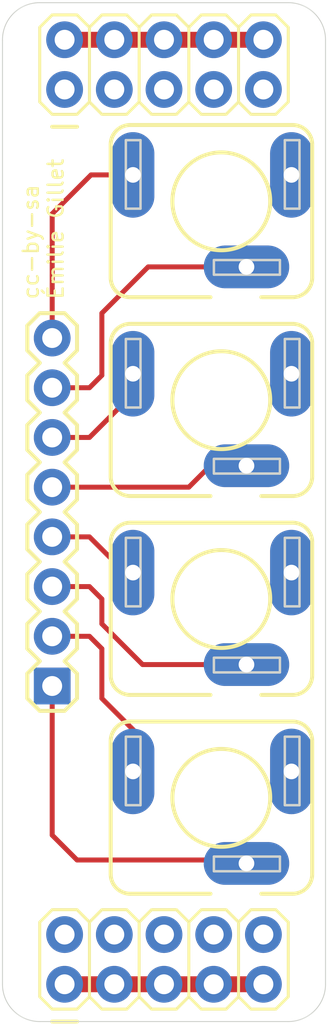
<source format=kicad_pcb>
(kicad_pcb (version 20171130) (host pcbnew 5.1.5-52549c5~84~ubuntu18.04.1)

  (general
    (thickness 1.6)
    (drawings 10)
    (tracks 41)
    (zones 0)
    (modules 7)
    (nets 12)
  )

  (page A4)
  (layers
    (0 Top signal)
    (31 Bottom signal)
    (32 B.Adhes user)
    (33 F.Adhes user)
    (34 B.Paste user)
    (35 F.Paste user)
    (36 B.SilkS user)
    (37 F.SilkS user)
    (38 B.Mask user)
    (39 F.Mask user)
    (40 Dwgs.User user)
    (41 Cmts.User user)
    (42 Eco1.User user)
    (43 Eco2.User user)
    (44 Edge.Cuts user)
    (45 Margin user)
    (46 B.CrtYd user)
    (47 F.CrtYd user)
    (48 B.Fab user)
    (49 F.Fab user)
  )

  (setup
    (last_trace_width 0.25)
    (trace_clearance 0.2)
    (zone_clearance 0.508)
    (zone_45_only no)
    (trace_min 0.2)
    (via_size 0.8)
    (via_drill 0.4)
    (via_min_size 0.4)
    (via_min_drill 0.3)
    (uvia_size 0.3)
    (uvia_drill 0.1)
    (uvias_allowed no)
    (uvia_min_size 0.2)
    (uvia_min_drill 0.1)
    (edge_width 0.05)
    (segment_width 0.2)
    (pcb_text_width 0.3)
    (pcb_text_size 1.5 1.5)
    (mod_edge_width 0.12)
    (mod_text_size 1 1)
    (mod_text_width 0.15)
    (pad_size 1.524 1.524)
    (pad_drill 0.762)
    (pad_to_mask_clearance 0.051)
    (solder_mask_min_width 0.25)
    (aux_axis_origin 0 0)
    (visible_elements FFFFFF7F)
    (pcbplotparams
      (layerselection 0x010fc_ffffffff)
      (usegerberextensions false)
      (usegerberattributes false)
      (usegerberadvancedattributes false)
      (creategerberjobfile false)
      (excludeedgelayer true)
      (linewidth 0.100000)
      (plotframeref false)
      (viasonmask false)
      (mode 1)
      (useauxorigin false)
      (hpglpennumber 1)
      (hpglpenspeed 20)
      (hpglpendiameter 15.000000)
      (psnegative false)
      (psa4output false)
      (plotreference true)
      (plotvalue true)
      (plotinvisibletext false)
      (padsonsilk false)
      (subtractmaskfromsilk false)
      (outputformat 1)
      (mirror false)
      (drillshape 1)
      (scaleselection 1)
      (outputdirectory ""))
  )

  (net 0 "")
  (net 1 GND)
  (net 2 VCC)
  (net 3 VEE)
  (net 4 "Net-(J2-Pad2)")
  (net 5 "Net-(J2-Pad3)")
  (net 6 "Net-(J3-Pad2)")
  (net 7 "Net-(J3-Pad3)")
  (net 8 "Net-(J4-Pad2)")
  (net 9 "Net-(J4-Pad3)")
  (net 10 "Net-(J1-Pad2)")
  (net 11 "Net-(J1-Pad3)")

  (net_class Default "This is the default net class."
    (clearance 0.2)
    (trace_width 0.25)
    (via_dia 0.8)
    (via_drill 0.4)
    (uvia_dia 0.3)
    (uvia_drill 0.1)
    (add_net GND)
    (add_net "Net-(J1-Pad2)")
    (add_net "Net-(J1-Pad3)")
    (add_net "Net-(J2-Pad2)")
    (add_net "Net-(J2-Pad3)")
    (add_net "Net-(J3-Pad2)")
    (add_net "Net-(J3-Pad3)")
    (add_net "Net-(J4-Pad2)")
    (add_net "Net-(J4-Pad3)")
    (add_net VCC)
    (add_net VEE)
  )

  (module bbf-eurojacks:AVR_ICSP (layer Top) (tedit 0) (tstamp 5E77BAD2)
    (at 148.5011 82.1386 90)
    (descr "<b>PIN HEADER</b>")
    (path /2F430EF2)
    (fp_text reference JP1 (at -2.794 3.302 180) (layer F.SilkS) hide
      (effects (font (size 0.38608 0.38608) (thickness 0.032512)) (justify right top))
    )
    (fp_text value M05X2PTH (at -2.794 0.254 180) (layer F.Fab) hide
      (effects (font (size 0.38608 0.38608) (thickness 0.032512)) (justify right top))
    )
    (fp_poly (pts (xy 1.016 2.794) (xy 1.524 2.794) (xy 1.524 2.286) (xy 1.016 2.286)) (layer F.Fab) (width 0))
    (fp_poly (pts (xy -1.524 2.794) (xy -1.016 2.794) (xy -1.016 2.286) (xy -1.524 2.286)) (layer F.Fab) (width 0))
    (fp_poly (pts (xy -1.524 5.334) (xy -1.016 5.334) (xy -1.016 4.826) (xy -1.524 4.826)) (layer F.Fab) (width 0))
    (fp_poly (pts (xy 1.016 5.334) (xy 1.524 5.334) (xy 1.524 4.826) (xy 1.016 4.826)) (layer F.Fab) (width 0))
    (fp_poly (pts (xy -1.524 0.254) (xy -1.016 0.254) (xy -1.016 -0.254) (xy -1.524 -0.254)) (layer F.SilkS) (width 0))
    (fp_poly (pts (xy 1.016 0.254) (xy 1.524 0.254) (xy 1.524 -0.254) (xy 1.016 -0.254)) (layer F.Fab) (width 0))
    (fp_poly (pts (xy -1.524 -2.286) (xy -1.016 -2.286) (xy -1.016 -2.794) (xy -1.524 -2.794)) (layer F.Fab) (width 0))
    (fp_poly (pts (xy 1.016 -2.286) (xy 1.524 -2.286) (xy 1.524 -2.794) (xy 1.016 -2.794)) (layer F.Fab) (width 0))
    (fp_poly (pts (xy 1.016 -4.826) (xy 1.524 -4.826) (xy 1.524 -5.334) (xy 1.016 -5.334)) (layer F.Fab) (width 0))
    (fp_poly (pts (xy -1.524 -4.826) (xy -1.016 -4.826) (xy -1.016 -5.334) (xy -1.524 -5.334)) (layer F.Fab) (width 0))
    (fp_line (start -3.175 -5.715) (end -3.175 -4.445) (layer F.SilkS) (width 0.2032))
    (fp_line (start -2.54 4.445) (end -2.54 5.715) (layer F.SilkS) (width 0.1524))
    (fp_line (start 1.905 6.35) (end -1.905 6.35) (layer F.SilkS) (width 0.1524))
    (fp_line (start 2.54 5.715) (end 1.905 6.35) (layer F.SilkS) (width 0.1524))
    (fp_line (start 2.54 4.445) (end 2.54 5.715) (layer F.SilkS) (width 0.1524))
    (fp_line (start 1.905 3.81) (end 2.54 4.445) (layer F.SilkS) (width 0.1524))
    (fp_line (start -2.54 5.715) (end -1.905 6.35) (layer F.SilkS) (width 0.1524))
    (fp_line (start -1.905 3.81) (end -2.54 4.445) (layer F.SilkS) (width 0.1524))
    (fp_line (start -2.54 -5.715) (end -2.54 -4.445) (layer F.SilkS) (width 0.1524))
    (fp_line (start -2.54 -3.175) (end -2.54 -1.905) (layer F.SilkS) (width 0.1524))
    (fp_line (start -2.54 -0.635) (end -2.54 0.635) (layer F.SilkS) (width 0.1524))
    (fp_line (start -2.54 1.905) (end -2.54 3.175) (layer F.SilkS) (width 0.1524))
    (fp_line (start 1.905 3.81) (end -1.905 3.81) (layer F.SilkS) (width 0.1524))
    (fp_line (start 1.905 1.27) (end -1.905 1.27) (layer F.SilkS) (width 0.1524))
    (fp_line (start 1.905 -1.27) (end -1.905 -1.27) (layer F.SilkS) (width 0.1524))
    (fp_line (start 1.905 -3.81) (end -1.905 -3.81) (layer F.SilkS) (width 0.1524))
    (fp_line (start 2.54 3.175) (end 1.905 3.81) (layer F.SilkS) (width 0.1524))
    (fp_line (start 2.54 1.905) (end 2.54 3.175) (layer F.SilkS) (width 0.1524))
    (fp_line (start 1.905 1.27) (end 2.54 1.905) (layer F.SilkS) (width 0.1524))
    (fp_line (start 2.54 0.635) (end 1.905 1.27) (layer F.SilkS) (width 0.1524))
    (fp_line (start 2.54 -0.635) (end 2.54 0.635) (layer F.SilkS) (width 0.1524))
    (fp_line (start 1.905 -1.27) (end 2.54 -0.635) (layer F.SilkS) (width 0.1524))
    (fp_line (start 2.54 -1.905) (end 1.905 -1.27) (layer F.SilkS) (width 0.1524))
    (fp_line (start 2.54 -3.175) (end 2.54 -1.905) (layer F.SilkS) (width 0.1524))
    (fp_line (start 1.905 -3.81) (end 2.54 -3.175) (layer F.SilkS) (width 0.1524))
    (fp_line (start 2.54 -4.445) (end 1.905 -3.81) (layer F.SilkS) (width 0.1524))
    (fp_line (start 2.54 -5.715) (end 2.54 -4.445) (layer F.SilkS) (width 0.1524))
    (fp_line (start 1.905 -6.35) (end 2.54 -5.715) (layer F.SilkS) (width 0.1524))
    (fp_line (start -1.905 -6.35) (end 1.905 -6.35) (layer F.SilkS) (width 0.1524))
    (fp_line (start -2.54 3.175) (end -1.905 3.81) (layer F.SilkS) (width 0.1524))
    (fp_line (start -1.905 1.27) (end -2.54 1.905) (layer F.SilkS) (width 0.1524))
    (fp_line (start -2.54 0.635) (end -1.905 1.27) (layer F.SilkS) (width 0.1524))
    (fp_line (start -1.905 -1.27) (end -2.54 -0.635) (layer F.SilkS) (width 0.1524))
    (fp_line (start -2.54 -1.905) (end -1.905 -1.27) (layer F.SilkS) (width 0.1524))
    (fp_line (start -1.905 -3.81) (end -2.54 -3.175) (layer F.SilkS) (width 0.1524))
    (fp_line (start -2.54 -4.445) (end -1.905 -3.81) (layer F.SilkS) (width 0.1524))
    (fp_line (start -1.905 -6.35) (end -2.54 -5.715) (layer F.SilkS) (width 0.1524))
    (pad 10 thru_hole circle (at 1.27 5.08) (size 1.8796 1.8796) (drill 1.016) (layers *.Cu *.Mask)
      (net 2 VCC) (solder_mask_margin 0.1016))
    (pad 9 thru_hole circle (at -1.27 5.08) (size 1.8796 1.8796) (drill 1.016) (layers *.Cu *.Mask)
      (net 1 GND) (solder_mask_margin 0.1016))
    (pad 8 thru_hole circle (at 1.27 2.54) (size 1.8796 1.8796) (drill 1.016) (layers *.Cu *.Mask)
      (net 2 VCC) (solder_mask_margin 0.1016))
    (pad 7 thru_hole circle (at -1.27 2.54) (size 1.8796 1.8796) (drill 1.016) (layers *.Cu *.Mask)
      (net 1 GND) (solder_mask_margin 0.1016))
    (pad 6 thru_hole circle (at 1.27 0) (size 1.8796 1.8796) (drill 1.016) (layers *.Cu *.Mask)
      (net 2 VCC) (solder_mask_margin 0.1016))
    (pad 5 thru_hole circle (at -1.27 0) (size 1.8796 1.8796) (drill 1.016) (layers *.Cu *.Mask)
      (net 1 GND) (solder_mask_margin 0.1016))
    (pad 4 thru_hole circle (at 1.27 -2.54) (size 1.8796 1.8796) (drill 1.016) (layers *.Cu *.Mask)
      (net 2 VCC) (solder_mask_margin 0.1016))
    (pad 3 thru_hole circle (at -1.27 -2.54) (size 1.8796 1.8796) (drill 1.016) (layers *.Cu *.Mask)
      (net 1 GND) (solder_mask_margin 0.1016))
    (pad 2 thru_hole circle (at 1.27 -5.08) (size 1.8796 1.8796) (drill 1.016) (layers *.Cu *.Mask)
      (net 2 VCC) (solder_mask_margin 0.1016))
    (pad 1 thru_hole circle (at -1.27 -5.08) (size 1.8796 1.8796) (drill 1.016) (layers *.Cu *.Mask)
      (net 1 GND) (solder_mask_margin 0.1016))
  )

  (module bbf-eurojacks:AVR_ICSP (layer Top) (tedit 0) (tstamp 5E77BB0E)
    (at 148.5011 127.8586 90)
    (descr "<b>PIN HEADER</b>")
    (path /ACD8E5B6)
    (fp_text reference JP3 (at -2.794 3.302 180) (layer F.SilkS) hide
      (effects (font (size 0.38608 0.38608) (thickness 0.032512)) (justify right top))
    )
    (fp_text value M05X2PTH (at -2.794 0.254 180) (layer F.Fab) hide
      (effects (font (size 0.38608 0.38608) (thickness 0.032512)) (justify right top))
    )
    (fp_poly (pts (xy 1.016 2.794) (xy 1.524 2.794) (xy 1.524 2.286) (xy 1.016 2.286)) (layer F.Fab) (width 0))
    (fp_poly (pts (xy -1.524 2.794) (xy -1.016 2.794) (xy -1.016 2.286) (xy -1.524 2.286)) (layer F.Fab) (width 0))
    (fp_poly (pts (xy -1.524 5.334) (xy -1.016 5.334) (xy -1.016 4.826) (xy -1.524 4.826)) (layer F.Fab) (width 0))
    (fp_poly (pts (xy 1.016 5.334) (xy 1.524 5.334) (xy 1.524 4.826) (xy 1.016 4.826)) (layer F.Fab) (width 0))
    (fp_poly (pts (xy -1.524 0.254) (xy -1.016 0.254) (xy -1.016 -0.254) (xy -1.524 -0.254)) (layer F.SilkS) (width 0))
    (fp_poly (pts (xy 1.016 0.254) (xy 1.524 0.254) (xy 1.524 -0.254) (xy 1.016 -0.254)) (layer F.Fab) (width 0))
    (fp_poly (pts (xy -1.524 -2.286) (xy -1.016 -2.286) (xy -1.016 -2.794) (xy -1.524 -2.794)) (layer F.Fab) (width 0))
    (fp_poly (pts (xy 1.016 -2.286) (xy 1.524 -2.286) (xy 1.524 -2.794) (xy 1.016 -2.794)) (layer F.Fab) (width 0))
    (fp_poly (pts (xy 1.016 -4.826) (xy 1.524 -4.826) (xy 1.524 -5.334) (xy 1.016 -5.334)) (layer F.Fab) (width 0))
    (fp_poly (pts (xy -1.524 -4.826) (xy -1.016 -4.826) (xy -1.016 -5.334) (xy -1.524 -5.334)) (layer F.Fab) (width 0))
    (fp_line (start -3.175 -5.715) (end -3.175 -4.445) (layer F.SilkS) (width 0.2032))
    (fp_line (start -2.54 4.445) (end -2.54 5.715) (layer F.SilkS) (width 0.1524))
    (fp_line (start 1.905 6.35) (end -1.905 6.35) (layer F.SilkS) (width 0.1524))
    (fp_line (start 2.54 5.715) (end 1.905 6.35) (layer F.SilkS) (width 0.1524))
    (fp_line (start 2.54 4.445) (end 2.54 5.715) (layer F.SilkS) (width 0.1524))
    (fp_line (start 1.905 3.81) (end 2.54 4.445) (layer F.SilkS) (width 0.1524))
    (fp_line (start -2.54 5.715) (end -1.905 6.35) (layer F.SilkS) (width 0.1524))
    (fp_line (start -1.905 3.81) (end -2.54 4.445) (layer F.SilkS) (width 0.1524))
    (fp_line (start -2.54 -5.715) (end -2.54 -4.445) (layer F.SilkS) (width 0.1524))
    (fp_line (start -2.54 -3.175) (end -2.54 -1.905) (layer F.SilkS) (width 0.1524))
    (fp_line (start -2.54 -0.635) (end -2.54 0.635) (layer F.SilkS) (width 0.1524))
    (fp_line (start -2.54 1.905) (end -2.54 3.175) (layer F.SilkS) (width 0.1524))
    (fp_line (start 1.905 3.81) (end -1.905 3.81) (layer F.SilkS) (width 0.1524))
    (fp_line (start 1.905 1.27) (end -1.905 1.27) (layer F.SilkS) (width 0.1524))
    (fp_line (start 1.905 -1.27) (end -1.905 -1.27) (layer F.SilkS) (width 0.1524))
    (fp_line (start 1.905 -3.81) (end -1.905 -3.81) (layer F.SilkS) (width 0.1524))
    (fp_line (start 2.54 3.175) (end 1.905 3.81) (layer F.SilkS) (width 0.1524))
    (fp_line (start 2.54 1.905) (end 2.54 3.175) (layer F.SilkS) (width 0.1524))
    (fp_line (start 1.905 1.27) (end 2.54 1.905) (layer F.SilkS) (width 0.1524))
    (fp_line (start 2.54 0.635) (end 1.905 1.27) (layer F.SilkS) (width 0.1524))
    (fp_line (start 2.54 -0.635) (end 2.54 0.635) (layer F.SilkS) (width 0.1524))
    (fp_line (start 1.905 -1.27) (end 2.54 -0.635) (layer F.SilkS) (width 0.1524))
    (fp_line (start 2.54 -1.905) (end 1.905 -1.27) (layer F.SilkS) (width 0.1524))
    (fp_line (start 2.54 -3.175) (end 2.54 -1.905) (layer F.SilkS) (width 0.1524))
    (fp_line (start 1.905 -3.81) (end 2.54 -3.175) (layer F.SilkS) (width 0.1524))
    (fp_line (start 2.54 -4.445) (end 1.905 -3.81) (layer F.SilkS) (width 0.1524))
    (fp_line (start 2.54 -5.715) (end 2.54 -4.445) (layer F.SilkS) (width 0.1524))
    (fp_line (start 1.905 -6.35) (end 2.54 -5.715) (layer F.SilkS) (width 0.1524))
    (fp_line (start -1.905 -6.35) (end 1.905 -6.35) (layer F.SilkS) (width 0.1524))
    (fp_line (start -2.54 3.175) (end -1.905 3.81) (layer F.SilkS) (width 0.1524))
    (fp_line (start -1.905 1.27) (end -2.54 1.905) (layer F.SilkS) (width 0.1524))
    (fp_line (start -2.54 0.635) (end -1.905 1.27) (layer F.SilkS) (width 0.1524))
    (fp_line (start -1.905 -1.27) (end -2.54 -0.635) (layer F.SilkS) (width 0.1524))
    (fp_line (start -2.54 -1.905) (end -1.905 -1.27) (layer F.SilkS) (width 0.1524))
    (fp_line (start -1.905 -3.81) (end -2.54 -3.175) (layer F.SilkS) (width 0.1524))
    (fp_line (start -2.54 -4.445) (end -1.905 -3.81) (layer F.SilkS) (width 0.1524))
    (fp_line (start -1.905 -6.35) (end -2.54 -5.715) (layer F.SilkS) (width 0.1524))
    (pad 10 thru_hole circle (at 1.27 5.08) (size 1.8796 1.8796) (drill 1.016) (layers *.Cu *.Mask)
      (net 1 GND) (solder_mask_margin 0.1016))
    (pad 9 thru_hole circle (at -1.27 5.08) (size 1.8796 1.8796) (drill 1.016) (layers *.Cu *.Mask)
      (net 3 VEE) (solder_mask_margin 0.1016))
    (pad 8 thru_hole circle (at 1.27 2.54) (size 1.8796 1.8796) (drill 1.016) (layers *.Cu *.Mask)
      (net 1 GND) (solder_mask_margin 0.1016))
    (pad 7 thru_hole circle (at -1.27 2.54) (size 1.8796 1.8796) (drill 1.016) (layers *.Cu *.Mask)
      (net 3 VEE) (solder_mask_margin 0.1016))
    (pad 6 thru_hole circle (at 1.27 0) (size 1.8796 1.8796) (drill 1.016) (layers *.Cu *.Mask)
      (net 1 GND) (solder_mask_margin 0.1016))
    (pad 5 thru_hole circle (at -1.27 0) (size 1.8796 1.8796) (drill 1.016) (layers *.Cu *.Mask)
      (net 3 VEE) (solder_mask_margin 0.1016))
    (pad 4 thru_hole circle (at 1.27 -2.54) (size 1.8796 1.8796) (drill 1.016) (layers *.Cu *.Mask)
      (net 1 GND) (solder_mask_margin 0.1016))
    (pad 3 thru_hole circle (at -1.27 -2.54) (size 1.8796 1.8796) (drill 1.016) (layers *.Cu *.Mask)
      (net 3 VEE) (solder_mask_margin 0.1016))
    (pad 2 thru_hole circle (at 1.27 -5.08) (size 1.8796 1.8796) (drill 1.016) (layers *.Cu *.Mask)
      (net 1 GND) (solder_mask_margin 0.1016))
    (pad 1 thru_hole circle (at -1.27 -5.08) (size 1.8796 1.8796) (drill 1.016) (layers *.Cu *.Mask)
      (net 3 VEE) (solder_mask_margin 0.1016))
  )

  (module bbf-eurojacks:1502_03_SLOTTED (layer Top) (tedit 0) (tstamp 5E77BB4A)
    (at 151.6761 99.2836 90)
    (path /F2D55355)
    (fp_text reference J2 (at -4.675 -6.445 90) (layer F.SilkS) hide
      (effects (font (size 1.2065 1.2065) (thickness 0.1016)) (justify left bottom))
    )
    (fp_text value 1502_03SLOTTED (at 0 0 90) (layer F.SilkS) hide
      (effects (font (size 1.27 1.27) (thickness 0.15)))
    )
    (fp_circle (center 0 -0.246) (end 3.6 -0.246) (layer F.Fab) (width 0.2032))
    (fp_circle (center 0 -0.246) (end 2.5 -0.246) (layer F.SilkS) (width 0.2032))
    (fp_line (start 3.125 3.75) (end 3.125 3) (layer Edge.Cuts) (width 0.127))
    (fp_line (start -0.375 3.75) (end 3.125 3.75) (layer Edge.Cuts) (width 0.127))
    (fp_line (start -0.375 3) (end -0.375 3.75) (layer Edge.Cuts) (width 0.127))
    (fp_line (start 3.125 3) (end -0.375 3) (layer Edge.Cuts) (width 0.127))
    (fp_line (start -3.75 2.75) (end -3.75 -0.625) (layer Edge.Cuts) (width 0.127))
    (fp_line (start -3 2.75) (end -3.75 2.75) (layer Edge.Cuts) (width 0.127))
    (fp_line (start -3 -0.625) (end -3 2.75) (layer Edge.Cuts) (width 0.127))
    (fp_line (start -3.75 -0.625) (end -3 -0.625) (layer Edge.Cuts) (width 0.127))
    (fp_line (start 3.125 -5.125) (end -0.375 -5.125) (layer Edge.Cuts) (width 0.127))
    (fp_line (start 3.125 -4.375) (end 3.125 -5.125) (layer Edge.Cuts) (width 0.127))
    (fp_line (start -0.375 -4.375) (end 3.125 -4.375) (layer Edge.Cuts) (width 0.127))
    (fp_line (start -0.375 -5.125) (end -0.375 -4.375) (layer Edge.Cuts) (width 0.127))
    (fp_line (start -4.9 3.4) (end -4.9 1.8) (layer F.SilkS) (width 0.2032))
    (fp_arc (start -3.9 3.4) (end -3.9 4.4) (angle 90) (layer F.SilkS) (width 0.2032))
    (fp_line (start 2.9 4.4) (end -3.9 4.4) (layer F.SilkS) (width 0.2032))
    (fp_arc (start 2.9 3.4) (end 3.9 3.4) (angle 90) (layer F.SilkS) (width 0.2032))
    (fp_line (start 3.9 -4.9) (end 3.9 3.4) (layer F.SilkS) (width 0.2032))
    (fp_arc (start 2.9 -4.9) (end 2.9 -5.9) (angle 90) (layer F.SilkS) (width 0.2032))
    (fp_line (start -3.9 -5.9) (end 2.9 -5.9) (layer F.SilkS) (width 0.2032))
    (fp_arc (start -3.9 -4.9) (end -4.9 -4.9) (angle 90) (layer F.SilkS) (width 0.2032))
    (fp_line (start -4.9 -0.8) (end -4.9 -4.9) (layer F.SilkS) (width 0.2032))
    (fp_line (start -4.9 1.8) (end -4.9 -0.8) (layer F.Fab) (width 0.2032))
    (pad 2 thru_hole oval (at 1.35 -4.76 270) (size 4.3688 2.1844) (drill 0.8) (layers *.Cu *.Mask)
      (net 4 "Net-(J2-Pad2)") (solder_mask_margin 0.1016))
    (pad 3 thru_hole oval (at -3.35 1.04 180) (size 4.3688 2.1844) (drill 0.8) (layers *.Cu *.Mask)
      (net 5 "Net-(J2-Pad3)") (solder_mask_margin 0.1016))
    (pad 1 thru_hole oval (at 1.35 3.34 270) (size 4.3688 2.1844) (drill 0.8) (layers *.Cu *.Mask)
      (net 1 GND) (solder_mask_margin 0.1016))
  )

  (module bbf-eurojacks:1502_03_SLOTTED (layer Top) (tedit 0) (tstamp 5E77BB68)
    (at 151.6761 109.4436 90)
    (path /D6A0AFFD)
    (fp_text reference J3 (at -4.675 -6.445 90) (layer F.SilkS) hide
      (effects (font (size 1.2065 1.2065) (thickness 0.1016)) (justify left bottom))
    )
    (fp_text value 1502_03SLOTTED (at 0 0 90) (layer F.SilkS) hide
      (effects (font (size 1.27 1.27) (thickness 0.15)))
    )
    (fp_circle (center 0 -0.246) (end 3.6 -0.246) (layer F.Fab) (width 0.2032))
    (fp_circle (center 0 -0.246) (end 2.5 -0.246) (layer F.SilkS) (width 0.2032))
    (fp_line (start 3.125 3.75) (end 3.125 3) (layer Edge.Cuts) (width 0.127))
    (fp_line (start -0.375 3.75) (end 3.125 3.75) (layer Edge.Cuts) (width 0.127))
    (fp_line (start -0.375 3) (end -0.375 3.75) (layer Edge.Cuts) (width 0.127))
    (fp_line (start 3.125 3) (end -0.375 3) (layer Edge.Cuts) (width 0.127))
    (fp_line (start -3.75 2.75) (end -3.75 -0.625) (layer Edge.Cuts) (width 0.127))
    (fp_line (start -3 2.75) (end -3.75 2.75) (layer Edge.Cuts) (width 0.127))
    (fp_line (start -3 -0.625) (end -3 2.75) (layer Edge.Cuts) (width 0.127))
    (fp_line (start -3.75 -0.625) (end -3 -0.625) (layer Edge.Cuts) (width 0.127))
    (fp_line (start 3.125 -5.125) (end -0.375 -5.125) (layer Edge.Cuts) (width 0.127))
    (fp_line (start 3.125 -4.375) (end 3.125 -5.125) (layer Edge.Cuts) (width 0.127))
    (fp_line (start -0.375 -4.375) (end 3.125 -4.375) (layer Edge.Cuts) (width 0.127))
    (fp_line (start -0.375 -5.125) (end -0.375 -4.375) (layer Edge.Cuts) (width 0.127))
    (fp_line (start -4.9 3.4) (end -4.9 1.8) (layer F.SilkS) (width 0.2032))
    (fp_arc (start -3.9 3.4) (end -3.9 4.4) (angle 90) (layer F.SilkS) (width 0.2032))
    (fp_line (start 2.9 4.4) (end -3.9 4.4) (layer F.SilkS) (width 0.2032))
    (fp_arc (start 2.9 3.4) (end 3.9 3.4) (angle 90) (layer F.SilkS) (width 0.2032))
    (fp_line (start 3.9 -4.9) (end 3.9 3.4) (layer F.SilkS) (width 0.2032))
    (fp_arc (start 2.9 -4.9) (end 2.9 -5.9) (angle 90) (layer F.SilkS) (width 0.2032))
    (fp_line (start -3.9 -5.9) (end 2.9 -5.9) (layer F.SilkS) (width 0.2032))
    (fp_arc (start -3.9 -4.9) (end -4.9 -4.9) (angle 90) (layer F.SilkS) (width 0.2032))
    (fp_line (start -4.9 -0.8) (end -4.9 -4.9) (layer F.SilkS) (width 0.2032))
    (fp_line (start -4.9 1.8) (end -4.9 -0.8) (layer F.Fab) (width 0.2032))
    (pad 2 thru_hole oval (at 1.35 -4.76 270) (size 4.3688 2.1844) (drill 0.8) (layers *.Cu *.Mask)
      (net 6 "Net-(J3-Pad2)") (solder_mask_margin 0.1016))
    (pad 3 thru_hole oval (at -3.35 1.04 180) (size 4.3688 2.1844) (drill 0.8) (layers *.Cu *.Mask)
      (net 7 "Net-(J3-Pad3)") (solder_mask_margin 0.1016))
    (pad 1 thru_hole oval (at 1.35 3.34 270) (size 4.3688 2.1844) (drill 0.8) (layers *.Cu *.Mask)
      (net 1 GND) (solder_mask_margin 0.1016))
  )

  (module bbf-eurojacks:1502_03_SLOTTED (layer Top) (tedit 0) (tstamp 5E77BB86)
    (at 151.6761 119.6036 90)
    (path /2A89DB3B)
    (fp_text reference J4 (at -4.675 -6.445 90) (layer F.SilkS) hide
      (effects (font (size 1.2065 1.2065) (thickness 0.1016)) (justify left bottom))
    )
    (fp_text value 1502_03SLOTTED (at 0 0 90) (layer F.SilkS) hide
      (effects (font (size 1.27 1.27) (thickness 0.15)))
    )
    (fp_circle (center 0 -0.246) (end 3.6 -0.246) (layer F.Fab) (width 0.2032))
    (fp_circle (center 0 -0.246) (end 2.5 -0.246) (layer F.SilkS) (width 0.2032))
    (fp_line (start 3.125 3.75) (end 3.125 3) (layer Edge.Cuts) (width 0.127))
    (fp_line (start -0.375 3.75) (end 3.125 3.75) (layer Edge.Cuts) (width 0.127))
    (fp_line (start -0.375 3) (end -0.375 3.75) (layer Edge.Cuts) (width 0.127))
    (fp_line (start 3.125 3) (end -0.375 3) (layer Edge.Cuts) (width 0.127))
    (fp_line (start -3.75 2.75) (end -3.75 -0.625) (layer Edge.Cuts) (width 0.127))
    (fp_line (start -3 2.75) (end -3.75 2.75) (layer Edge.Cuts) (width 0.127))
    (fp_line (start -3 -0.625) (end -3 2.75) (layer Edge.Cuts) (width 0.127))
    (fp_line (start -3.75 -0.625) (end -3 -0.625) (layer Edge.Cuts) (width 0.127))
    (fp_line (start 3.125 -5.125) (end -0.375 -5.125) (layer Edge.Cuts) (width 0.127))
    (fp_line (start 3.125 -4.375) (end 3.125 -5.125) (layer Edge.Cuts) (width 0.127))
    (fp_line (start -0.375 -4.375) (end 3.125 -4.375) (layer Edge.Cuts) (width 0.127))
    (fp_line (start -0.375 -5.125) (end -0.375 -4.375) (layer Edge.Cuts) (width 0.127))
    (fp_line (start -4.9 3.4) (end -4.9 1.8) (layer F.SilkS) (width 0.2032))
    (fp_arc (start -3.9 3.4) (end -3.9 4.4) (angle 90) (layer F.SilkS) (width 0.2032))
    (fp_line (start 2.9 4.4) (end -3.9 4.4) (layer F.SilkS) (width 0.2032))
    (fp_arc (start 2.9 3.4) (end 3.9 3.4) (angle 90) (layer F.SilkS) (width 0.2032))
    (fp_line (start 3.9 -4.9) (end 3.9 3.4) (layer F.SilkS) (width 0.2032))
    (fp_arc (start 2.9 -4.9) (end 2.9 -5.9) (angle 90) (layer F.SilkS) (width 0.2032))
    (fp_line (start -3.9 -5.9) (end 2.9 -5.9) (layer F.SilkS) (width 0.2032))
    (fp_arc (start -3.9 -4.9) (end -4.9 -4.9) (angle 90) (layer F.SilkS) (width 0.2032))
    (fp_line (start -4.9 -0.8) (end -4.9 -4.9) (layer F.SilkS) (width 0.2032))
    (fp_line (start -4.9 1.8) (end -4.9 -0.8) (layer F.Fab) (width 0.2032))
    (pad 2 thru_hole oval (at 1.35 -4.76 270) (size 4.3688 2.1844) (drill 0.8) (layers *.Cu *.Mask)
      (net 8 "Net-(J4-Pad2)") (solder_mask_margin 0.1016))
    (pad 3 thru_hole oval (at -3.35 1.04 180) (size 4.3688 2.1844) (drill 0.8) (layers *.Cu *.Mask)
      (net 9 "Net-(J4-Pad3)") (solder_mask_margin 0.1016))
    (pad 1 thru_hole oval (at 1.35 3.34 270) (size 4.3688 2.1844) (drill 0.8) (layers *.Cu *.Mask)
      (net 1 GND) (solder_mask_margin 0.1016))
  )

  (module bbf-eurojacks:1502_03_SLOTTED (layer Top) (tedit 0) (tstamp 5E77BBA4)
    (at 151.6761 89.1236 90)
    (path /2CE6A523)
    (fp_text reference J1 (at -4.675 -6.445 90) (layer F.SilkS) hide
      (effects (font (size 1.2065 1.2065) (thickness 0.1016)) (justify left bottom))
    )
    (fp_text value 1502_03SLOTTED (at 0 0 90) (layer F.SilkS) hide
      (effects (font (size 1.27 1.27) (thickness 0.15)))
    )
    (fp_circle (center 0 -0.246) (end 3.6 -0.246) (layer F.Fab) (width 0.2032))
    (fp_circle (center 0 -0.246) (end 2.5 -0.246) (layer F.SilkS) (width 0.2032))
    (fp_line (start 3.125 3.75) (end 3.125 3) (layer Edge.Cuts) (width 0.127))
    (fp_line (start -0.375 3.75) (end 3.125 3.75) (layer Edge.Cuts) (width 0.127))
    (fp_line (start -0.375 3) (end -0.375 3.75) (layer Edge.Cuts) (width 0.127))
    (fp_line (start 3.125 3) (end -0.375 3) (layer Edge.Cuts) (width 0.127))
    (fp_line (start -3.75 2.75) (end -3.75 -0.625) (layer Edge.Cuts) (width 0.127))
    (fp_line (start -3 2.75) (end -3.75 2.75) (layer Edge.Cuts) (width 0.127))
    (fp_line (start -3 -0.625) (end -3 2.75) (layer Edge.Cuts) (width 0.127))
    (fp_line (start -3.75 -0.625) (end -3 -0.625) (layer Edge.Cuts) (width 0.127))
    (fp_line (start 3.125 -5.125) (end -0.375 -5.125) (layer Edge.Cuts) (width 0.127))
    (fp_line (start 3.125 -4.375) (end 3.125 -5.125) (layer Edge.Cuts) (width 0.127))
    (fp_line (start -0.375 -4.375) (end 3.125 -4.375) (layer Edge.Cuts) (width 0.127))
    (fp_line (start -0.375 -5.125) (end -0.375 -4.375) (layer Edge.Cuts) (width 0.127))
    (fp_line (start -4.9 3.4) (end -4.9 1.8) (layer F.SilkS) (width 0.2032))
    (fp_arc (start -3.9 3.4) (end -3.9 4.4) (angle 90) (layer F.SilkS) (width 0.2032))
    (fp_line (start 2.9 4.4) (end -3.9 4.4) (layer F.SilkS) (width 0.2032))
    (fp_arc (start 2.9 3.4) (end 3.9 3.4) (angle 90) (layer F.SilkS) (width 0.2032))
    (fp_line (start 3.9 -4.9) (end 3.9 3.4) (layer F.SilkS) (width 0.2032))
    (fp_arc (start 2.9 -4.9) (end 2.9 -5.9) (angle 90) (layer F.SilkS) (width 0.2032))
    (fp_line (start -3.9 -5.9) (end 2.9 -5.9) (layer F.SilkS) (width 0.2032))
    (fp_arc (start -3.9 -4.9) (end -4.9 -4.9) (angle 90) (layer F.SilkS) (width 0.2032))
    (fp_line (start -4.9 -0.8) (end -4.9 -4.9) (layer F.SilkS) (width 0.2032))
    (fp_line (start -4.9 1.8) (end -4.9 -0.8) (layer F.Fab) (width 0.2032))
    (pad 2 thru_hole oval (at 1.35 -4.76 270) (size 4.3688 2.1844) (drill 0.8) (layers *.Cu *.Mask)
      (net 10 "Net-(J1-Pad2)") (solder_mask_margin 0.1016))
    (pad 3 thru_hole oval (at -3.35 1.04 180) (size 4.3688 2.1844) (drill 0.8) (layers *.Cu *.Mask)
      (net 11 "Net-(J1-Pad3)") (solder_mask_margin 0.1016))
    (pad 1 thru_hole oval (at 1.35 3.34 270) (size 4.3688 2.1844) (drill 0.8) (layers *.Cu *.Mask)
      (net 1 GND) (solder_mask_margin 0.1016))
  )

  (module bbf-eurojacks:1X08 (layer Top) (tedit 0) (tstamp 5E77BBC2)
    (at 142.7861 113.8886 90)
    (path /FA93C76E)
    (fp_text reference JP2 (at -1.3462 -1.8288 90) (layer F.SilkS) hide
      (effects (font (size 1.2065 1.2065) (thickness 0.127)) (justify left bottom))
    )
    (fp_text value M08 (at -1.27 3.175 90) (layer F.Fab)
      (effects (font (size 1.2065 1.2065) (thickness 0.09652)) (justify left bottom))
    )
    (fp_poly (pts (xy 17.526 0.254) (xy 18.034 0.254) (xy 18.034 -0.254) (xy 17.526 -0.254)) (layer F.Fab) (width 0))
    (fp_poly (pts (xy -0.254 0.254) (xy 0.254 0.254) (xy 0.254 -0.254) (xy -0.254 -0.254)) (layer F.Fab) (width 0))
    (fp_poly (pts (xy 2.286 0.254) (xy 2.794 0.254) (xy 2.794 -0.254) (xy 2.286 -0.254)) (layer F.Fab) (width 0))
    (fp_poly (pts (xy 4.826 0.254) (xy 5.334 0.254) (xy 5.334 -0.254) (xy 4.826 -0.254)) (layer F.Fab) (width 0))
    (fp_poly (pts (xy 7.366 0.254) (xy 7.874 0.254) (xy 7.874 -0.254) (xy 7.366 -0.254)) (layer F.Fab) (width 0))
    (fp_poly (pts (xy 9.906 0.254) (xy 10.414 0.254) (xy 10.414 -0.254) (xy 9.906 -0.254)) (layer F.Fab) (width 0))
    (fp_poly (pts (xy 12.446 0.254) (xy 12.954 0.254) (xy 12.954 -0.254) (xy 12.446 -0.254)) (layer F.Fab) (width 0))
    (fp_poly (pts (xy 14.986 0.254) (xy 15.494 0.254) (xy 15.494 -0.254) (xy 14.986 -0.254)) (layer F.Fab) (width 0))
    (fp_line (start 18.415 1.27) (end 17.145 1.27) (layer F.SilkS) (width 0.2032))
    (fp_line (start 16.51 0.635) (end 17.145 1.27) (layer F.SilkS) (width 0.2032))
    (fp_line (start 17.145 -1.27) (end 16.51 -0.635) (layer F.SilkS) (width 0.2032))
    (fp_line (start 19.05 0.635) (end 18.415 1.27) (layer F.SilkS) (width 0.2032))
    (fp_line (start 19.05 -0.635) (end 19.05 0.635) (layer F.SilkS) (width 0.2032))
    (fp_line (start 18.415 -1.27) (end 19.05 -0.635) (layer F.SilkS) (width 0.2032))
    (fp_line (start 17.145 -1.27) (end 18.415 -1.27) (layer F.SilkS) (width 0.2032))
    (fp_line (start 0.635 1.27) (end -0.635 1.27) (layer F.SilkS) (width 0.2032))
    (fp_line (start -1.27 0.635) (end -0.635 1.27) (layer F.SilkS) (width 0.2032))
    (fp_line (start -0.635 -1.27) (end -1.27 -0.635) (layer F.SilkS) (width 0.2032))
    (fp_line (start -1.27 -0.635) (end -1.27 0.635) (layer F.SilkS) (width 0.2032))
    (fp_line (start 1.905 1.27) (end 1.27 0.635) (layer F.SilkS) (width 0.2032))
    (fp_line (start 3.175 1.27) (end 1.905 1.27) (layer F.SilkS) (width 0.2032))
    (fp_line (start 3.81 0.635) (end 3.175 1.27) (layer F.SilkS) (width 0.2032))
    (fp_line (start 3.175 -1.27) (end 3.81 -0.635) (layer F.SilkS) (width 0.2032))
    (fp_line (start 1.905 -1.27) (end 3.175 -1.27) (layer F.SilkS) (width 0.2032))
    (fp_line (start 1.27 -0.635) (end 1.905 -1.27) (layer F.SilkS) (width 0.2032))
    (fp_line (start 1.27 0.635) (end 0.635 1.27) (layer F.SilkS) (width 0.2032))
    (fp_line (start 0.635 -1.27) (end 1.27 -0.635) (layer F.SilkS) (width 0.2032))
    (fp_line (start -0.635 -1.27) (end 0.635 -1.27) (layer F.SilkS) (width 0.2032))
    (fp_line (start 8.255 1.27) (end 6.985 1.27) (layer F.SilkS) (width 0.2032))
    (fp_line (start 6.35 0.635) (end 6.985 1.27) (layer F.SilkS) (width 0.2032))
    (fp_line (start 6.985 -1.27) (end 6.35 -0.635) (layer F.SilkS) (width 0.2032))
    (fp_line (start 4.445 1.27) (end 3.81 0.635) (layer F.SilkS) (width 0.2032))
    (fp_line (start 5.715 1.27) (end 4.445 1.27) (layer F.SilkS) (width 0.2032))
    (fp_line (start 6.35 0.635) (end 5.715 1.27) (layer F.SilkS) (width 0.2032))
    (fp_line (start 5.715 -1.27) (end 6.35 -0.635) (layer F.SilkS) (width 0.2032))
    (fp_line (start 4.445 -1.27) (end 5.715 -1.27) (layer F.SilkS) (width 0.2032))
    (fp_line (start 3.81 -0.635) (end 4.445 -1.27) (layer F.SilkS) (width 0.2032))
    (fp_line (start 9.525 1.27) (end 8.89 0.635) (layer F.SilkS) (width 0.2032))
    (fp_line (start 10.795 1.27) (end 9.525 1.27) (layer F.SilkS) (width 0.2032))
    (fp_line (start 11.43 0.635) (end 10.795 1.27) (layer F.SilkS) (width 0.2032))
    (fp_line (start 10.795 -1.27) (end 11.43 -0.635) (layer F.SilkS) (width 0.2032))
    (fp_line (start 9.525 -1.27) (end 10.795 -1.27) (layer F.SilkS) (width 0.2032))
    (fp_line (start 8.89 -0.635) (end 9.525 -1.27) (layer F.SilkS) (width 0.2032))
    (fp_line (start 8.89 0.635) (end 8.255 1.27) (layer F.SilkS) (width 0.2032))
    (fp_line (start 8.255 -1.27) (end 8.89 -0.635) (layer F.SilkS) (width 0.2032))
    (fp_line (start 6.985 -1.27) (end 8.255 -1.27) (layer F.SilkS) (width 0.2032))
    (fp_line (start 15.875 1.27) (end 14.605 1.27) (layer F.SilkS) (width 0.2032))
    (fp_line (start 13.97 0.635) (end 14.605 1.27) (layer F.SilkS) (width 0.2032))
    (fp_line (start 14.605 -1.27) (end 13.97 -0.635) (layer F.SilkS) (width 0.2032))
    (fp_line (start 12.065 1.27) (end 11.43 0.635) (layer F.SilkS) (width 0.2032))
    (fp_line (start 13.335 1.27) (end 12.065 1.27) (layer F.SilkS) (width 0.2032))
    (fp_line (start 13.97 0.635) (end 13.335 1.27) (layer F.SilkS) (width 0.2032))
    (fp_line (start 13.335 -1.27) (end 13.97 -0.635) (layer F.SilkS) (width 0.2032))
    (fp_line (start 12.065 -1.27) (end 13.335 -1.27) (layer F.SilkS) (width 0.2032))
    (fp_line (start 11.43 -0.635) (end 12.065 -1.27) (layer F.SilkS) (width 0.2032))
    (fp_line (start 16.51 0.635) (end 15.875 1.27) (layer F.SilkS) (width 0.2032))
    (fp_line (start 15.875 -1.27) (end 16.51 -0.635) (layer F.SilkS) (width 0.2032))
    (fp_line (start 14.605 -1.27) (end 15.875 -1.27) (layer F.SilkS) (width 0.2032))
    (pad 8 thru_hole circle (at 17.78 0 180) (size 1.8796 1.8796) (drill 1.016) (layers *.Cu *.Mask)
      (net 10 "Net-(J1-Pad2)") (solder_mask_margin 0.1016))
    (pad 7 thru_hole circle (at 15.24 0 180) (size 1.8796 1.8796) (drill 1.016) (layers *.Cu *.Mask)
      (net 11 "Net-(J1-Pad3)") (solder_mask_margin 0.1016))
    (pad 6 thru_hole circle (at 12.7 0 180) (size 1.8796 1.8796) (drill 1.016) (layers *.Cu *.Mask)
      (net 4 "Net-(J2-Pad2)") (solder_mask_margin 0.1016))
    (pad 5 thru_hole circle (at 10.16 0 180) (size 1.8796 1.8796) (drill 1.016) (layers *.Cu *.Mask)
      (net 5 "Net-(J2-Pad3)") (solder_mask_margin 0.1016))
    (pad 4 thru_hole circle (at 7.62 0 180) (size 1.8796 1.8796) (drill 1.016) (layers *.Cu *.Mask)
      (net 6 "Net-(J3-Pad2)") (solder_mask_margin 0.1016))
    (pad 3 thru_hole circle (at 5.08 0 180) (size 1.8796 1.8796) (drill 1.016) (layers *.Cu *.Mask)
      (net 7 "Net-(J3-Pad3)") (solder_mask_margin 0.1016))
    (pad 2 thru_hole circle (at 2.54 0 180) (size 1.8796 1.8796) (drill 1.016) (layers *.Cu *.Mask)
      (net 8 "Net-(J4-Pad2)") (solder_mask_margin 0.1016))
    (pad 1 thru_hole rect (at 0 0 180) (size 1.8796 1.8796) (drill 1.016) (layers *.Cu *.Mask)
      (net 9 "Net-(J4-Pad3)") (solder_mask_margin 0.1016))
  )

  (gr_arc (start 154.8511 129.1286) (end 154.8511 131.0336) (angle -90) (layer Edge.Cuts) (width 0.05) (tstamp 81F62450))
  (gr_line (start 156.7561 129.1286) (end 156.7561 80.8686) (layer Edge.Cuts) (width 0.05) (tstamp 81F629C0))
  (gr_arc (start 154.8611 80.8686) (end 156.7561 80.8686) (angle -90) (layer Edge.Cuts) (width 0.05) (tstamp 82F03A80))
  (gr_line (start 154.8611 78.9736) (end 142.1411 78.9736) (layer Edge.Cuts) (width 0.05) (tstamp 82F03FC0))
  (gr_arc (start 142.1411 80.8686) (end 142.1411 78.9736) (angle -90) (layer Edge.Cuts) (width 0.05) (tstamp 82389880))
  (gr_line (start 140.2461 80.8686) (end 140.2461 129.1286) (layer Edge.Cuts) (width 0.05) (tstamp 82389DD0))
  (gr_arc (start 142.1511 129.1286) (end 140.2461 129.1286) (angle -90) (layer Edge.Cuts) (width 0.05) (tstamp 8238A270))
  (gr_line (start 142.1511 131.0336) (end 154.8511 131.0336) (layer Edge.Cuts) (width 0.05) (tstamp 8263F410))
  (gr_text cc-by-sa (at 142.1511 94.2036 90) (layer F.SilkS) (tstamp 8263FA00)
    (effects (font (size 0.77216 0.77216) (thickness 0.12192)) (justify left bottom))
  )
  (gr_text "Émilie Gillet" (at 143.4211 94.2036 90) (layer F.SilkS) (tstamp 82FAC000)
    (effects (font (size 0.77216 0.77216) (thickness 0.12192)) (justify left bottom))
  )

  (segment (start 143.4211 80.8686) (end 145.9611 80.8686) (width 0.8128) (layer Top) (net 2) (tstamp 82F43940))
  (segment (start 145.9611 80.8686) (end 148.5011 80.8686) (width 0.8128) (layer Top) (net 2) (tstamp 82F43E40))
  (segment (start 148.5011 80.8686) (end 151.0411 80.8686) (width 0.8128) (layer Top) (net 2) (tstamp 6E78F360))
  (segment (start 151.0411 80.8686) (end 153.5811 80.8686) (width 0.8128) (layer Top) (net 2) (tstamp 6E78F830))
  (segment (start 143.4211 129.1286) (end 145.9611 129.1286) (width 0.8128) (layer Top) (net 3) (tstamp 82F70890))
  (segment (start 145.9611 129.1286) (end 148.5011 129.1286) (width 0.8128) (layer Top) (net 3) (tstamp 82F70D90))
  (segment (start 148.5011 129.1286) (end 151.0411 129.1286) (width 0.8128) (layer Top) (net 3) (tstamp 823432C0))
  (segment (start 151.0411 129.1286) (end 153.5811 129.1286) (width 0.8128) (layer Top) (net 3) (tstamp 82343790))
  (segment (start 142.7861 101.1886) (end 144.6911 101.1886) (width 0.254) (layer Top) (net 4) (tstamp 823BD9D0))
  (segment (start 144.6911 101.1886) (end 146.9161 98.9636) (width 0.254) (layer Top) (net 4) (tstamp 823BDEF0))
  (segment (start 146.9161 98.9636) (end 146.9161 97.9336) (width 0.254) (layer Top) (net 4) (tstamp 823BE3C0))
  (segment (start 142.7861 103.7286) (end 149.7711 103.7286) (width 0.254) (layer Top) (net 5) (tstamp 8245E610))
  (segment (start 149.7711 103.7286) (end 150.8661 102.6336) (width 0.254) (layer Top) (net 5) (tstamp 8245EB30))
  (segment (start 150.8661 102.6336) (end 152.7161 102.6336) (width 0.254) (layer Top) (net 5) (tstamp 83291400))
  (segment (start 142.7861 106.2686) (end 144.6911 106.2686) (width 0.254) (layer Top) (net 6) (tstamp 83291D90))
  (segment (start 144.6911 106.2686) (end 146.5161 108.0936) (width 0.254) (layer Top) (net 6) (tstamp 832922B0))
  (segment (start 146.5161 108.0936) (end 146.9161 108.0936) (width 0.254) (layer Top) (net 6) (tstamp 83204390))
  (segment (start 142.7861 108.8086) (end 144.6911 108.8086) (width 0.254) (layer Top) (net 7) (tstamp 83204DA0))
  (segment (start 144.6911 108.8086) (end 145.3261 109.4436) (width 0.254) (layer Top) (net 7) (tstamp 821162C0))
  (segment (start 145.3261 109.4436) (end 145.3261 110.7136) (width 0.254) (layer Top) (net 7) (tstamp 82116790))
  (segment (start 145.3261 110.7136) (end 147.4061 112.7936) (width 0.254) (layer Top) (net 7) (tstamp 82116C70))
  (segment (start 147.4061 112.7936) (end 152.7161 112.7936) (width 0.254) (layer Top) (net 7) (tstamp 83242160))
  (segment (start 146.9161 118.2536) (end 147.2311 117.9386) (width 0.254) (layer Top) (net 8) (tstamp 83242B50))
  (segment (start 147.2311 117.9386) (end 147.2311 116.4286) (width 0.254) (layer Top) (net 8) (tstamp 83265880))
  (segment (start 147.2311 116.4286) (end 145.3261 114.5236) (width 0.254) (layer Top) (net 8) (tstamp 83265D40))
  (segment (start 145.3261 114.5236) (end 145.3261 111.9836) (width 0.254) (layer Top) (net 8) (tstamp 83266210))
  (segment (start 145.3261 111.9836) (end 144.6911 111.3486) (width 0.254) (layer Top) (net 8) (tstamp 832666F0))
  (segment (start 144.6911 111.3486) (end 142.7861 111.3486) (width 0.254) (layer Top) (net 8) (tstamp 822C0410))
  (segment (start 142.7861 121.5086) (end 142.7861 113.8886) (width 0.254) (layer Top) (net 9) (tstamp 822C0E00))
  (segment (start 142.7861 121.5086) (end 144.0561 122.7786) (width 0.254) (layer Top) (net 9) (tstamp 831B0B80))
  (segment (start 144.0561 122.7786) (end 151.0411 122.7786) (width 0.254) (layer Top) (net 9) (tstamp 831B1040))
  (segment (start 151.0411 122.7786) (end 151.2161 122.9536) (width 0.254) (layer Top) (net 9) (tstamp 831B1500))
  (segment (start 151.2161 122.9536) (end 152.7161 122.9536) (width 0.254) (layer Top) (net 9) (tstamp 831D7940))
  (segment (start 142.7861 96.1086) (end 142.7861 89.7586) (width 0.254) (layer Top) (net 10) (tstamp 831D8300))
  (segment (start 142.7861 89.7586) (end 144.7711 87.7736) (width 0.254) (layer Top) (net 10) (tstamp 83279C00))
  (segment (start 144.7711 87.7736) (end 146.9161 87.7736) (width 0.254) (layer Top) (net 10) (tstamp 8327A0D0))
  (segment (start 142.7861 98.6486) (end 144.6911 98.6486) (width 0.254) (layer Top) (net 11) (tstamp 8327AAA0))
  (segment (start 144.6911 98.6486) (end 145.3261 98.0136) (width 0.254) (layer Top) (net 11) (tstamp 82199430))
  (segment (start 145.3261 98.0136) (end 145.3261 94.8386) (width 0.254) (layer Top) (net 11) (tstamp 82199900))
  (segment (start 145.3261 94.8386) (end 147.6911 92.4736) (width 0.254) (layer Top) (net 11) (tstamp 82199DD0))
  (segment (start 147.6911 92.4736) (end 152.7161 92.4736) (width 0.254) (layer Top) (net 11) (tstamp 807C12F0))

  (zone (net 1) (net_name GND) (layer Bottom) (tstamp 82F776E0) (hatch edge 0.508)
    (priority 6)
    (connect_pads (clearance 0.000001))
    (min_thickness 0.127)
    (fill (arc_segments 32) (thermal_gap 0.304) (thermal_bridge_width 0.304))
    (polygon
      (pts
        (xy 155.474491 78.933752) (xy 155.773787 79.057725) (xy 156.045711 79.22436) (xy 156.288218 79.431482) (xy 156.49534 79.673989)
        (xy 156.661975 79.945913) (xy 156.784021 80.240556) (xy 156.85847 80.550663) (xy 156.8831 80.86361) (xy 156.8831 129.138595)
        (xy 156.785948 129.751991) (xy 156.661975 130.051287) (xy 156.49534 130.323211) (xy 156.288218 130.565718) (xy 156.045711 130.77284)
        (xy 155.773787 130.939475) (xy 155.479144 131.061521) (xy 155.169037 131.13597) (xy 154.85609 131.1606) (xy 142.141105 131.1606)
        (xy 141.527709 131.063448) (xy 141.228413 130.939475) (xy 140.956489 130.77284) (xy 140.713982 130.565718) (xy 140.50686 130.323211)
        (xy 140.340225 130.051287) (xy 140.218179 129.756644) (xy 140.14373 129.446537) (xy 140.1191 129.13359) (xy 140.1191 80.858605)
        (xy 140.216252 80.245209) (xy 140.340225 79.945913) (xy 140.50686 79.673989) (xy 140.713982 79.431482) (xy 140.956489 79.22436)
        (xy 141.228413 79.057725) (xy 141.523056 78.935679) (xy 141.833163 78.86123) (xy 142.14611 78.8366) (xy 154.861095 78.8366)
      )
    )
  )
)

</source>
